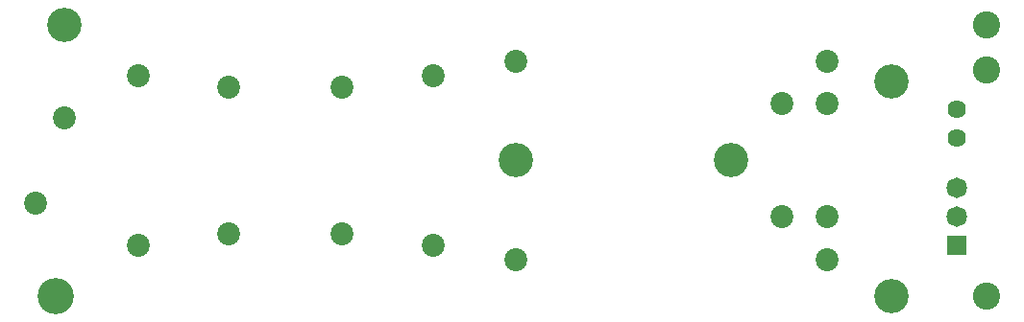
<source format=gts>
G04*
G04 #@! TF.GenerationSoftware,Altium Limited,Altium Designer,22.10.1 (41)*
G04*
G04 Layer_Color=8388736*
%FSLAX44Y44*%
%MOMM*%
G71*
G04*
G04 #@! TF.SameCoordinates,FA340068-F1DC-43B8-B5E1-3386DD3F2D8B*
G04*
G04*
G04 #@! TF.FilePolarity,Negative*
G04*
G01*
G75*
%ADD13C,3.0200*%
%ADD14C,2.0200*%
%ADD15C,3.2032*%
%ADD16C,2.4032*%
%ADD17C,1.8200*%
%ADD18R,1.8200X1.8200*%
%ADD19C,1.6200*%
D13*
X635000Y150000D02*
D03*
X445000D02*
D03*
X776000Y30000D02*
D03*
Y220000D02*
D03*
X47700Y270000D02*
D03*
D14*
X680000Y200000D02*
D03*
Y100000D02*
D03*
X720000Y200000D02*
D03*
Y100000D02*
D03*
X47700Y187500D02*
D03*
X22300Y112500D02*
D03*
X445000Y237500D02*
D03*
X720000D02*
D03*
X445000Y62500D02*
D03*
X720000D02*
D03*
X192500Y215000D02*
D03*
Y85000D02*
D03*
X292500Y215000D02*
D03*
Y85000D02*
D03*
X112500Y225000D02*
D03*
Y75000D02*
D03*
X372500D02*
D03*
Y225000D02*
D03*
D15*
X40000Y30000D02*
D03*
D16*
X860000Y230000D02*
D03*
Y270000D02*
D03*
Y30000D02*
D03*
D17*
X834000Y125400D02*
D03*
Y100000D02*
D03*
D18*
Y74600D02*
D03*
D19*
Y170000D02*
D03*
Y195400D02*
D03*
M02*

</source>
